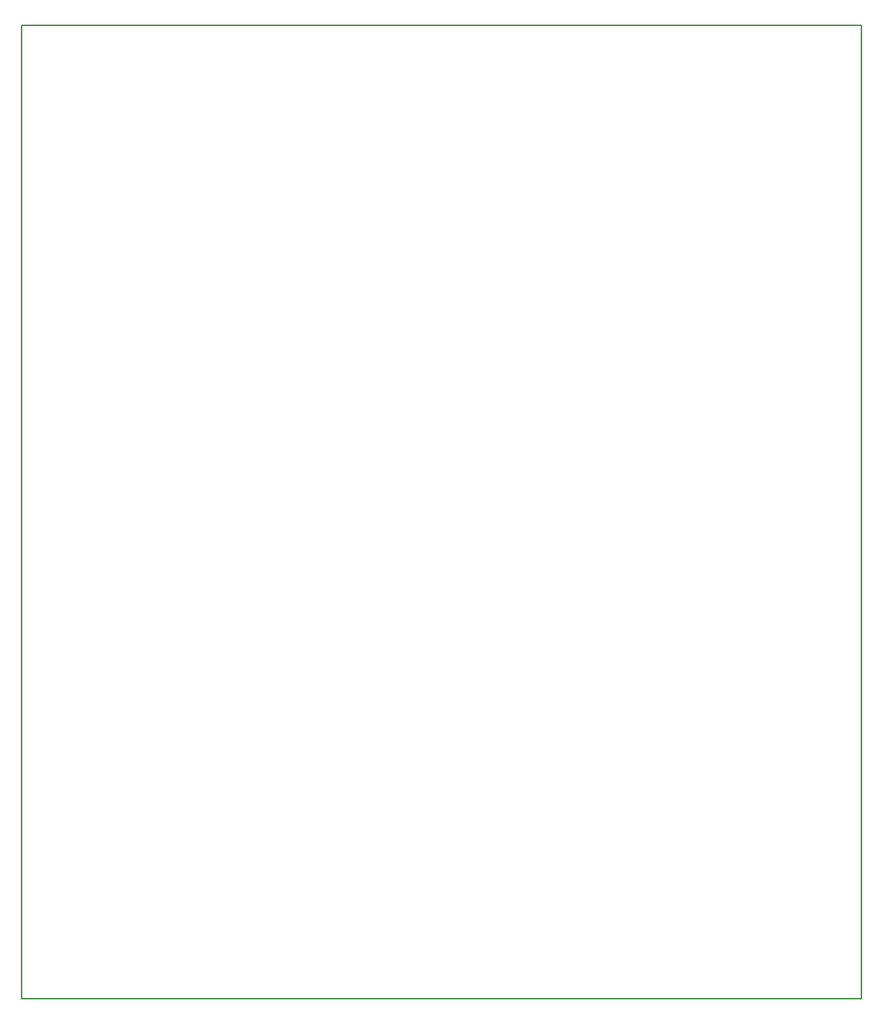
<source format=gko>
G04 #@! TF.FileFunction,Profile,NP*
%FSLAX46Y46*%
G04 Gerber Fmt 4.6, Leading zero omitted, Abs format (unit mm)*
G04 Created by KiCad (PCBNEW 4.0.0-rc1-stable) date 23.12.2015 15:42:51*
%MOMM*%
G01*
G04 APERTURE LIST*
%ADD10C,0.150000*%
G04 APERTURE END LIST*
D10*
X95504000Y0D02*
X94665800Y0D01*
X95504000Y3073400D02*
X95504000Y0D01*
X90678000Y0D02*
X94665800Y0D01*
X95504000Y110617000D02*
X95504000Y109931200D01*
X90678000Y110617000D02*
X95504000Y110617000D01*
X95504000Y3073400D02*
X95504000Y109931200D01*
X0Y110617000D02*
X0Y110261400D01*
X2286000Y110617000D02*
X0Y110617000D01*
X0Y101346000D02*
X0Y110261400D01*
X72821800Y110617000D02*
X2286000Y110617000D01*
X89306400Y110617000D02*
X90678000Y110617000D01*
X72821800Y110617000D02*
X89306400Y110617000D01*
X0Y101346000D02*
X0Y97028000D01*
X0Y0D02*
X4572000Y0D01*
X0Y19685000D02*
X0Y0D01*
X0Y32639000D02*
X0Y19685000D01*
X0Y41656000D02*
X0Y32639000D01*
X0Y54102000D02*
X0Y41656000D01*
X0Y62611000D02*
X0Y54102000D01*
X0Y76454000D02*
X0Y62611000D01*
X0Y97028000D02*
X0Y94234000D01*
X0Y87630000D02*
X0Y94234000D01*
X0Y87630000D02*
X0Y76454000D01*
X90678000Y0D02*
X4572000Y0D01*
M02*

</source>
